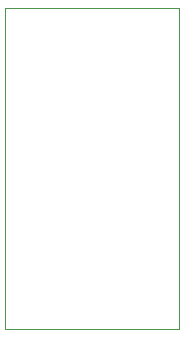
<source format=gbr>
G04 #@! TF.GenerationSoftware,KiCad,Pcbnew,(5.1.5)-3*
G04 #@! TF.CreationDate,2020-09-11T10:56:43+02:00*
G04 #@! TF.ProjectId,mmu_16v8,6d6d755f-3136-4763-982e-6b696361645f,rev?*
G04 #@! TF.SameCoordinates,Original*
G04 #@! TF.FileFunction,Profile,NP*
%FSLAX46Y46*%
G04 Gerber Fmt 4.6, Leading zero omitted, Abs format (unit mm)*
G04 Created by KiCad (PCBNEW (5.1.5)-3) date 2020-09-11 10:56:43*
%MOMM*%
%LPD*%
G04 APERTURE LIST*
%ADD10C,0.050000*%
G04 APERTURE END LIST*
D10*
X140208000Y-69088000D02*
X140208000Y-41910000D01*
X154940000Y-69088000D02*
X140208000Y-69088000D01*
X154940000Y-41910000D02*
X154940000Y-69088000D01*
X140208000Y-41910000D02*
X154940000Y-41910000D01*
M02*

</source>
